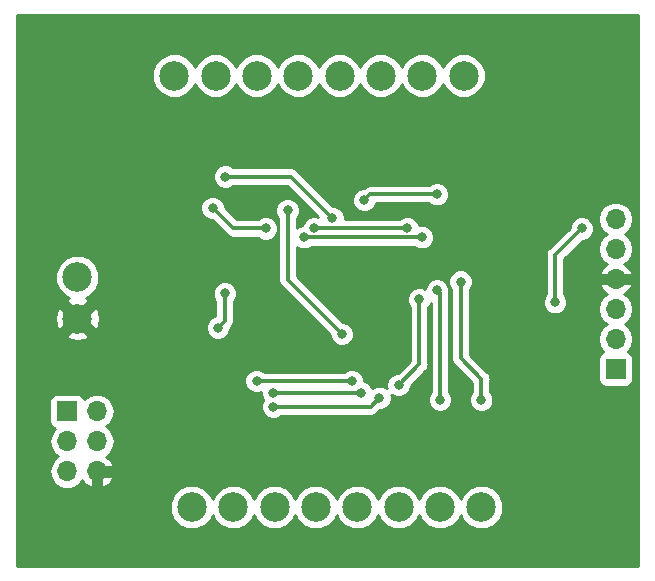
<source format=gbl>
G04 #@! TF.GenerationSoftware,KiCad,Pcbnew,(5.0.1)-3*
G04 #@! TF.CreationDate,2018-10-30T14:33:32-04:00*
G04 #@! TF.ProjectId,GCEW Motor Controller MCU,47434557204D6F746F7220436F6E7472,rev?*
G04 #@! TF.SameCoordinates,Original*
G04 #@! TF.FileFunction,Copper,L2,Bot,Signal*
G04 #@! TF.FilePolarity,Positive*
%FSLAX46Y46*%
G04 Gerber Fmt 4.6, Leading zero omitted, Abs format (unit mm)*
G04 Created by KiCad (PCBNEW (5.0.1)-3) date 10/30/2018 2:33:32 PM*
%MOMM*%
%LPD*%
G01*
G04 APERTURE LIST*
G04 #@! TA.AperFunction,ComponentPad*
%ADD10O,1.700000X1.700000*%
G04 #@! TD*
G04 #@! TA.AperFunction,ComponentPad*
%ADD11R,1.700000X1.700000*%
G04 #@! TD*
G04 #@! TA.AperFunction,ComponentPad*
%ADD12C,2.500000*%
G04 #@! TD*
G04 #@! TA.AperFunction,ViaPad*
%ADD13C,0.800000*%
G04 #@! TD*
G04 #@! TA.AperFunction,Conductor*
%ADD14C,0.300000*%
G04 #@! TD*
G04 #@! TA.AperFunction,Conductor*
%ADD15C,0.254000*%
G04 #@! TD*
G04 APERTURE END LIST*
D10*
G04 #@! TO.P,J4,6*
G04 #@! TO.N,GND*
X145965000Y-106315000D03*
G04 #@! TO.P,J4,5*
G04 #@! TO.N,+5V*
X143425000Y-106315000D03*
G04 #@! TO.P,J4,4*
G04 #@! TO.N,MISO*
X145965000Y-103775000D03*
G04 #@! TO.P,J4,3*
G04 #@! TO.N,SCK*
X143425000Y-103775000D03*
G04 #@! TO.P,J4,2*
G04 #@! TO.N,MOSI*
X145965000Y-101235000D03*
D11*
G04 #@! TO.P,J4,1*
G04 #@! TO.N,~RESET*
X143425000Y-101235000D03*
G04 #@! TD*
G04 #@! TO.P,U2,1*
G04 #@! TO.N,Net-(U2-Pad1)*
X189875000Y-97650000D03*
D10*
G04 #@! TO.P,U2,2*
G04 #@! TO.N,HC-05_RX*
X189875000Y-95110000D03*
G04 #@! TO.P,U2,3*
G04 #@! TO.N,HC-05_TX*
X189875000Y-92570000D03*
G04 #@! TO.P,U2,4*
G04 #@! TO.N,GND*
X189875000Y-90030000D03*
G04 #@! TO.P,U2,5*
G04 #@! TO.N,+5V*
X189875000Y-87490000D03*
G04 #@! TO.P,U2,6*
G04 #@! TO.N,PC5*
X189875000Y-84950000D03*
G04 #@! TD*
D12*
G04 #@! TO.P,J1,2*
G04 #@! TO.N,GND*
X144300000Y-93375000D03*
G04 #@! TO.P,J1,1*
G04 #@! TO.N,+5V*
X144300000Y-89875000D03*
G04 #@! TD*
G04 #@! TO.P,J3,1*
G04 #@! TO.N,SOC2*
X177000000Y-72800000D03*
G04 #@! TO.P,J3,2*
G04 #@! TO.N,SOB2*
X173500000Y-72800000D03*
G04 #@! TO.P,J3,3*
G04 #@! TO.N,SOA2*
X170000000Y-72800000D03*
G04 #@! TO.P,J3,4*
G04 #@! TO.N,ENABLE2*
X166500000Y-72800000D03*
G04 #@! TO.P,J3,5*
G04 #@! TO.N,CAL2*
X163000000Y-72800000D03*
G04 #@! TO.P,J3,6*
G04 #@! TO.N,INLC2*
X159500000Y-72800000D03*
G04 #@! TO.P,J3,7*
G04 #@! TO.N,INHC2*
X156000000Y-72800000D03*
G04 #@! TO.P,J3,8*
G04 #@! TO.N,INHA2*
X152500000Y-72800000D03*
G04 #@! TD*
G04 #@! TO.P,J2,8*
G04 #@! TO.N,SOA1*
X178500000Y-109350000D03*
G04 #@! TO.P,J2,7*
G04 #@! TO.N,SOB1*
X175000000Y-109350000D03*
G04 #@! TO.P,J2,6*
G04 #@! TO.N,SOC1*
X171500000Y-109350000D03*
G04 #@! TO.P,J2,5*
G04 #@! TO.N,INHA1*
X168000000Y-109350000D03*
G04 #@! TO.P,J2,4*
G04 #@! TO.N,CAL1*
X164500000Y-109350000D03*
G04 #@! TO.P,J2,3*
G04 #@! TO.N,ENABLE1*
X161000000Y-109350000D03*
G04 #@! TO.P,J2,2*
G04 #@! TO.N,INLC1*
X157500000Y-109350000D03*
G04 #@! TO.P,J2,1*
G04 #@! TO.N,INHC1*
X154000000Y-109350000D03*
G04 #@! TD*
D13*
G04 #@! TO.N,SOC1*
X171500000Y-99000000D03*
X173250000Y-91750000D03*
G04 #@! TO.N,SOB1*
X175000000Y-100250000D03*
X174750000Y-91000000D03*
G04 #@! TO.N,SOA1*
X178500000Y-100250000D03*
X176750000Y-90250000D03*
G04 #@! TO.N,ENABLE2*
X166700000Y-94700000D03*
X162100000Y-84200000D03*
G04 #@! TO.N,INHA2*
X160250000Y-85750000D03*
X155750000Y-84000000D03*
G04 #@! TO.N,GND*
X179250000Y-95500000D03*
X183725000Y-85650000D03*
X172000000Y-92500000D03*
X158500000Y-93400000D03*
X187275000Y-90050000D03*
X179250000Y-93000000D03*
G04 #@! TO.N,+5V*
X184750000Y-92000000D03*
X187000000Y-85750000D03*
G04 #@! TO.N,~RESET*
X156200000Y-94150000D03*
X165900000Y-84875000D03*
X156825000Y-81350000D03*
X156775000Y-91250000D03*
G04 #@! TO.N,SCK*
X160875000Y-100825000D03*
X169875000Y-100075000D03*
G04 #@! TO.N,MISO*
X168325000Y-99650000D03*
X160875000Y-99650000D03*
G04 #@! TO.N,MOSI*
X167525000Y-98650000D03*
X159475000Y-98650000D03*
G04 #@! TO.N,HC-05_RX*
X173500000Y-86500000D03*
X163500000Y-86500000D03*
G04 #@! TO.N,HC-05_TX*
X172250000Y-85750000D03*
X164350000Y-85750000D03*
G04 #@! TO.N,PC5*
X174750000Y-82850000D03*
X168600000Y-83350000D03*
G04 #@! TD*
D14*
G04 #@! TO.N,SOC1*
X171500000Y-99000000D02*
X173250000Y-97250000D01*
X173250000Y-97250000D02*
X173250000Y-91750000D01*
G04 #@! TO.N,SOB1*
X175000000Y-100250000D02*
X175000000Y-91250000D01*
X175000000Y-91250000D02*
X174750000Y-91000000D01*
G04 #@! TO.N,SOA1*
X178500000Y-100250000D02*
X178500000Y-98500000D01*
X178500000Y-98500000D02*
X176750000Y-96750000D01*
X176750000Y-96750000D02*
X176750000Y-90250000D01*
G04 #@! TO.N,ENABLE2*
X166700000Y-94700000D02*
X162100000Y-90100000D01*
X162100000Y-90100000D02*
X162100000Y-84200000D01*
G04 #@! TO.N,INHA2*
X160250000Y-85750000D02*
X157500000Y-85750000D01*
X157500000Y-85750000D02*
X155750000Y-84000000D01*
G04 #@! TO.N,+5V*
X184750000Y-92000000D02*
X184750000Y-88250000D01*
X184750000Y-88250000D02*
X184750000Y-88000000D01*
X184750000Y-88000000D02*
X187000000Y-85750000D01*
G04 #@! TO.N,~RESET*
X165900000Y-84875000D02*
X162375000Y-81350000D01*
X162375000Y-81350000D02*
X156825000Y-81350000D01*
X156775000Y-93575000D02*
X156200000Y-94150000D01*
X156775000Y-91250000D02*
X156775000Y-93575000D01*
G04 #@! TO.N,SCK*
X160875000Y-100825000D02*
X169125000Y-100825000D01*
X169125000Y-100825000D02*
X169875000Y-100075000D01*
G04 #@! TO.N,MISO*
X168325000Y-99650000D02*
X160875000Y-99650000D01*
G04 #@! TO.N,MOSI*
X167525000Y-98650000D02*
X159475000Y-98650000D01*
G04 #@! TO.N,HC-05_RX*
X173500000Y-86500000D02*
X163500000Y-86500000D01*
G04 #@! TO.N,HC-05_TX*
X172250000Y-85750000D02*
X164350000Y-85750000D01*
G04 #@! TO.N,PC5*
X174750000Y-82850000D02*
X169100000Y-82850000D01*
X169100000Y-82850000D02*
X168600000Y-83350000D01*
G04 #@! TD*
D15*
G04 #@! TO.N,GND*
G36*
X191798000Y-99569135D02*
X191798001Y-99569140D01*
X191798000Y-114298000D01*
X139202000Y-114298000D01*
X139202000Y-108976641D01*
X152123000Y-108976641D01*
X152123000Y-109723359D01*
X152408756Y-110413235D01*
X152936765Y-110941244D01*
X153626641Y-111227000D01*
X154373359Y-111227000D01*
X155063235Y-110941244D01*
X155591244Y-110413235D01*
X155750000Y-110029964D01*
X155908756Y-110413235D01*
X156436765Y-110941244D01*
X157126641Y-111227000D01*
X157873359Y-111227000D01*
X158563235Y-110941244D01*
X159091244Y-110413235D01*
X159250000Y-110029964D01*
X159408756Y-110413235D01*
X159936765Y-110941244D01*
X160626641Y-111227000D01*
X161373359Y-111227000D01*
X162063235Y-110941244D01*
X162591244Y-110413235D01*
X162750000Y-110029964D01*
X162908756Y-110413235D01*
X163436765Y-110941244D01*
X164126641Y-111227000D01*
X164873359Y-111227000D01*
X165563235Y-110941244D01*
X166091244Y-110413235D01*
X166250000Y-110029964D01*
X166408756Y-110413235D01*
X166936765Y-110941244D01*
X167626641Y-111227000D01*
X168373359Y-111227000D01*
X169063235Y-110941244D01*
X169591244Y-110413235D01*
X169750000Y-110029964D01*
X169908756Y-110413235D01*
X170436765Y-110941244D01*
X171126641Y-111227000D01*
X171873359Y-111227000D01*
X172563235Y-110941244D01*
X173091244Y-110413235D01*
X173250000Y-110029964D01*
X173408756Y-110413235D01*
X173936765Y-110941244D01*
X174626641Y-111227000D01*
X175373359Y-111227000D01*
X176063235Y-110941244D01*
X176591244Y-110413235D01*
X176750000Y-110029964D01*
X176908756Y-110413235D01*
X177436765Y-110941244D01*
X178126641Y-111227000D01*
X178873359Y-111227000D01*
X179563235Y-110941244D01*
X180091244Y-110413235D01*
X180377000Y-109723359D01*
X180377000Y-108976641D01*
X180091244Y-108286765D01*
X179563235Y-107758756D01*
X178873359Y-107473000D01*
X178126641Y-107473000D01*
X177436765Y-107758756D01*
X176908756Y-108286765D01*
X176750000Y-108670036D01*
X176591244Y-108286765D01*
X176063235Y-107758756D01*
X175373359Y-107473000D01*
X174626641Y-107473000D01*
X173936765Y-107758756D01*
X173408756Y-108286765D01*
X173250000Y-108670036D01*
X173091244Y-108286765D01*
X172563235Y-107758756D01*
X171873359Y-107473000D01*
X171126641Y-107473000D01*
X170436765Y-107758756D01*
X169908756Y-108286765D01*
X169750000Y-108670036D01*
X169591244Y-108286765D01*
X169063235Y-107758756D01*
X168373359Y-107473000D01*
X167626641Y-107473000D01*
X166936765Y-107758756D01*
X166408756Y-108286765D01*
X166250000Y-108670036D01*
X166091244Y-108286765D01*
X165563235Y-107758756D01*
X164873359Y-107473000D01*
X164126641Y-107473000D01*
X163436765Y-107758756D01*
X162908756Y-108286765D01*
X162750000Y-108670036D01*
X162591244Y-108286765D01*
X162063235Y-107758756D01*
X161373359Y-107473000D01*
X160626641Y-107473000D01*
X159936765Y-107758756D01*
X159408756Y-108286765D01*
X159250000Y-108670036D01*
X159091244Y-108286765D01*
X158563235Y-107758756D01*
X157873359Y-107473000D01*
X157126641Y-107473000D01*
X156436765Y-107758756D01*
X155908756Y-108286765D01*
X155750000Y-108670036D01*
X155591244Y-108286765D01*
X155063235Y-107758756D01*
X154373359Y-107473000D01*
X153626641Y-107473000D01*
X152936765Y-107758756D01*
X152408756Y-108286765D01*
X152123000Y-108976641D01*
X139202000Y-108976641D01*
X139202000Y-103775000D01*
X141919064Y-103775000D01*
X142033697Y-104351297D01*
X142360142Y-104839858D01*
X142667160Y-105045000D01*
X142360142Y-105250142D01*
X142033697Y-105738703D01*
X141919064Y-106315000D01*
X142033697Y-106891297D01*
X142360142Y-107379858D01*
X142848703Y-107706303D01*
X143279529Y-107792000D01*
X143570471Y-107792000D01*
X144001297Y-107706303D01*
X144489858Y-107379858D01*
X144704305Y-107058915D01*
X144895915Y-107345711D01*
X145371730Y-107676374D01*
X145592000Y-107593671D01*
X145592000Y-106688000D01*
X146338000Y-106688000D01*
X146338000Y-107593671D01*
X146558270Y-107676374D01*
X147034085Y-107345711D01*
X147326345Y-106908265D01*
X147237718Y-106688000D01*
X146338000Y-106688000D01*
X145592000Y-106688000D01*
X145572000Y-106688000D01*
X145572000Y-105942000D01*
X145592000Y-105942000D01*
X145592000Y-105922000D01*
X146338000Y-105922000D01*
X146338000Y-105942000D01*
X147237718Y-105942000D01*
X147326345Y-105721735D01*
X147034085Y-105284289D01*
X146705973Y-105056271D01*
X147029858Y-104839858D01*
X147356303Y-104351297D01*
X147470936Y-103775000D01*
X147356303Y-103198703D01*
X147029858Y-102710142D01*
X146722840Y-102505000D01*
X147029858Y-102299858D01*
X147356303Y-101811297D01*
X147470936Y-101235000D01*
X147356303Y-100658703D01*
X147029858Y-100170142D01*
X146541297Y-99843697D01*
X146110471Y-99758000D01*
X145819529Y-99758000D01*
X145388703Y-99843697D01*
X144900142Y-100170142D01*
X144878105Y-100203123D01*
X144865620Y-100140357D01*
X144727041Y-99932959D01*
X144519643Y-99794380D01*
X144275000Y-99745717D01*
X142575000Y-99745717D01*
X142330357Y-99794380D01*
X142122959Y-99932959D01*
X141984380Y-100140357D01*
X141935717Y-100385000D01*
X141935717Y-102085000D01*
X141984380Y-102329643D01*
X142122959Y-102537041D01*
X142330357Y-102675620D01*
X142393123Y-102688105D01*
X142360142Y-102710142D01*
X142033697Y-103198703D01*
X141919064Y-103775000D01*
X139202000Y-103775000D01*
X139202000Y-98445717D01*
X158448000Y-98445717D01*
X158448000Y-98854283D01*
X158604352Y-99231749D01*
X158893251Y-99520648D01*
X159270717Y-99677000D01*
X159679283Y-99677000D01*
X159848000Y-99607115D01*
X159848000Y-99854283D01*
X160004352Y-100231749D01*
X160010103Y-100237500D01*
X160004352Y-100243251D01*
X159848000Y-100620717D01*
X159848000Y-101029283D01*
X160004352Y-101406749D01*
X160293251Y-101695648D01*
X160670717Y-101852000D01*
X161079283Y-101852000D01*
X161456749Y-101695648D01*
X161550397Y-101602000D01*
X169048475Y-101602000D01*
X169125000Y-101617222D01*
X169201525Y-101602000D01*
X169201526Y-101602000D01*
X169428170Y-101556918D01*
X169685186Y-101385186D01*
X169728538Y-101320306D01*
X169946843Y-101102000D01*
X170079283Y-101102000D01*
X170456749Y-100945648D01*
X170745648Y-100656749D01*
X170902000Y-100279283D01*
X170902000Y-99870717D01*
X170890460Y-99842857D01*
X170918251Y-99870648D01*
X171295717Y-100027000D01*
X171704283Y-100027000D01*
X172081749Y-99870648D01*
X172370648Y-99581749D01*
X172527000Y-99204283D01*
X172527000Y-99071843D01*
X173745309Y-97853535D01*
X173810186Y-97810186D01*
X173981918Y-97553170D01*
X174027000Y-97326526D01*
X174027000Y-97326525D01*
X174042222Y-97250000D01*
X174027000Y-97173475D01*
X174027000Y-92425397D01*
X174120648Y-92331749D01*
X174223001Y-92084648D01*
X174223000Y-99574603D01*
X174129352Y-99668251D01*
X173973000Y-100045717D01*
X173973000Y-100454283D01*
X174129352Y-100831749D01*
X174418251Y-101120648D01*
X174795717Y-101277000D01*
X175204283Y-101277000D01*
X175581749Y-101120648D01*
X175870648Y-100831749D01*
X176027000Y-100454283D01*
X176027000Y-100045717D01*
X175870648Y-99668251D01*
X175777000Y-99574603D01*
X175777000Y-91326524D01*
X175792222Y-91249999D01*
X175777000Y-91173474D01*
X175777000Y-90795717D01*
X175620648Y-90418251D01*
X175331749Y-90129352D01*
X175129837Y-90045717D01*
X175723000Y-90045717D01*
X175723000Y-90454283D01*
X175879352Y-90831749D01*
X175973001Y-90925398D01*
X175973000Y-96673475D01*
X175957778Y-96750000D01*
X175973000Y-96826525D01*
X176018082Y-97053169D01*
X176189814Y-97310186D01*
X176254695Y-97353538D01*
X177723001Y-98821845D01*
X177723000Y-99574603D01*
X177629352Y-99668251D01*
X177473000Y-100045717D01*
X177473000Y-100454283D01*
X177629352Y-100831749D01*
X177918251Y-101120648D01*
X178295717Y-101277000D01*
X178704283Y-101277000D01*
X179081749Y-101120648D01*
X179370648Y-100831749D01*
X179527000Y-100454283D01*
X179527000Y-100045717D01*
X179370648Y-99668251D01*
X179277000Y-99574603D01*
X179277000Y-98576525D01*
X179292222Y-98500000D01*
X179275961Y-98418251D01*
X179231918Y-98196830D01*
X179060186Y-97939814D01*
X178995308Y-97896464D01*
X177527000Y-96428157D01*
X177527000Y-91795717D01*
X183723000Y-91795717D01*
X183723000Y-92204283D01*
X183879352Y-92581749D01*
X184168251Y-92870648D01*
X184545717Y-93027000D01*
X184954283Y-93027000D01*
X185331749Y-92870648D01*
X185620648Y-92581749D01*
X185625514Y-92570000D01*
X188369064Y-92570000D01*
X188483697Y-93146297D01*
X188810142Y-93634858D01*
X189117160Y-93840000D01*
X188810142Y-94045142D01*
X188483697Y-94533703D01*
X188369064Y-95110000D01*
X188483697Y-95686297D01*
X188810142Y-96174858D01*
X188843123Y-96196895D01*
X188780357Y-96209380D01*
X188572959Y-96347959D01*
X188434380Y-96555357D01*
X188385717Y-96800000D01*
X188385717Y-98500000D01*
X188434380Y-98744643D01*
X188572959Y-98952041D01*
X188780357Y-99090620D01*
X189025000Y-99139283D01*
X190725000Y-99139283D01*
X190969643Y-99090620D01*
X191177041Y-98952041D01*
X191315620Y-98744643D01*
X191364283Y-98500000D01*
X191364283Y-96800000D01*
X191315620Y-96555357D01*
X191177041Y-96347959D01*
X190969643Y-96209380D01*
X190906877Y-96196895D01*
X190939858Y-96174858D01*
X191266303Y-95686297D01*
X191380936Y-95110000D01*
X191266303Y-94533703D01*
X190939858Y-94045142D01*
X190632840Y-93840000D01*
X190939858Y-93634858D01*
X191266303Y-93146297D01*
X191380936Y-92570000D01*
X191266303Y-91993703D01*
X190939858Y-91505142D01*
X190615973Y-91288729D01*
X190944085Y-91060711D01*
X191236345Y-90623265D01*
X191147718Y-90403000D01*
X190248000Y-90403000D01*
X190248000Y-90423000D01*
X189502000Y-90423000D01*
X189502000Y-90403000D01*
X188602282Y-90403000D01*
X188513655Y-90623265D01*
X188805915Y-91060711D01*
X189134027Y-91288729D01*
X188810142Y-91505142D01*
X188483697Y-91993703D01*
X188369064Y-92570000D01*
X185625514Y-92570000D01*
X185777000Y-92204283D01*
X185777000Y-91795717D01*
X185620648Y-91418251D01*
X185527000Y-91324603D01*
X185527000Y-88321843D01*
X187071844Y-86777000D01*
X187204283Y-86777000D01*
X187581749Y-86620648D01*
X187870648Y-86331749D01*
X188027000Y-85954283D01*
X188027000Y-85545717D01*
X187870648Y-85168251D01*
X187652397Y-84950000D01*
X188369064Y-84950000D01*
X188483697Y-85526297D01*
X188810142Y-86014858D01*
X189117160Y-86220000D01*
X188810142Y-86425142D01*
X188483697Y-86913703D01*
X188369064Y-87490000D01*
X188483697Y-88066297D01*
X188810142Y-88554858D01*
X189134027Y-88771271D01*
X188805915Y-88999289D01*
X188513655Y-89436735D01*
X188602282Y-89657000D01*
X189502000Y-89657000D01*
X189502000Y-89637000D01*
X190248000Y-89637000D01*
X190248000Y-89657000D01*
X191147718Y-89657000D01*
X191236345Y-89436735D01*
X190944085Y-88999289D01*
X190615973Y-88771271D01*
X190939858Y-88554858D01*
X191266303Y-88066297D01*
X191380936Y-87490000D01*
X191266303Y-86913703D01*
X190939858Y-86425142D01*
X190632840Y-86220000D01*
X190939858Y-86014858D01*
X191266303Y-85526297D01*
X191380936Y-84950000D01*
X191266303Y-84373703D01*
X190939858Y-83885142D01*
X190451297Y-83558697D01*
X190020471Y-83473000D01*
X189729529Y-83473000D01*
X189298703Y-83558697D01*
X188810142Y-83885142D01*
X188483697Y-84373703D01*
X188369064Y-84950000D01*
X187652397Y-84950000D01*
X187581749Y-84879352D01*
X187204283Y-84723000D01*
X186795717Y-84723000D01*
X186418251Y-84879352D01*
X186129352Y-85168251D01*
X185973000Y-85545717D01*
X185973000Y-85678156D01*
X184254694Y-87396463D01*
X184189814Y-87439814D01*
X184018082Y-87696830D01*
X183973000Y-87923474D01*
X183957778Y-88000000D01*
X183973000Y-88076525D01*
X183973000Y-88326525D01*
X183973001Y-88326530D01*
X183973000Y-91324603D01*
X183879352Y-91418251D01*
X183723000Y-91795717D01*
X177527000Y-91795717D01*
X177527000Y-90925397D01*
X177620648Y-90831749D01*
X177777000Y-90454283D01*
X177777000Y-90045717D01*
X177620648Y-89668251D01*
X177331749Y-89379352D01*
X176954283Y-89223000D01*
X176545717Y-89223000D01*
X176168251Y-89379352D01*
X175879352Y-89668251D01*
X175723000Y-90045717D01*
X175129837Y-90045717D01*
X174954283Y-89973000D01*
X174545717Y-89973000D01*
X174168251Y-90129352D01*
X173879352Y-90418251D01*
X173723000Y-90795717D01*
X173723000Y-90834307D01*
X173454283Y-90723000D01*
X173045717Y-90723000D01*
X172668251Y-90879352D01*
X172379352Y-91168251D01*
X172223000Y-91545717D01*
X172223000Y-91954283D01*
X172379352Y-92331749D01*
X172473001Y-92425398D01*
X172473000Y-96928156D01*
X171428157Y-97973000D01*
X171295717Y-97973000D01*
X170918251Y-98129352D01*
X170629352Y-98418251D01*
X170473000Y-98795717D01*
X170473000Y-99204283D01*
X170484540Y-99232143D01*
X170456749Y-99204352D01*
X170079283Y-99048000D01*
X169670717Y-99048000D01*
X169293251Y-99204352D01*
X169264098Y-99233505D01*
X169195648Y-99068251D01*
X168906749Y-98779352D01*
X168552000Y-98632410D01*
X168552000Y-98445717D01*
X168395648Y-98068251D01*
X168106749Y-97779352D01*
X167729283Y-97623000D01*
X167320717Y-97623000D01*
X166943251Y-97779352D01*
X166849603Y-97873000D01*
X160150397Y-97873000D01*
X160056749Y-97779352D01*
X159679283Y-97623000D01*
X159270717Y-97623000D01*
X158893251Y-97779352D01*
X158604352Y-98068251D01*
X158448000Y-98445717D01*
X139202000Y-98445717D01*
X139202000Y-94857289D01*
X143345213Y-94857289D01*
X143493561Y-95119553D01*
X144222559Y-95295368D01*
X144963347Y-95178824D01*
X145106439Y-95119553D01*
X145254787Y-94857289D01*
X144300000Y-93902502D01*
X143345213Y-94857289D01*
X139202000Y-94857289D01*
X139202000Y-93297559D01*
X142379632Y-93297559D01*
X142496176Y-94038347D01*
X142555447Y-94181439D01*
X142817711Y-94329787D01*
X143772498Y-93375000D01*
X144827502Y-93375000D01*
X145782289Y-94329787D01*
X146044553Y-94181439D01*
X146101402Y-93945717D01*
X155173000Y-93945717D01*
X155173000Y-94354283D01*
X155329352Y-94731749D01*
X155618251Y-95020648D01*
X155995717Y-95177000D01*
X156404283Y-95177000D01*
X156781749Y-95020648D01*
X157070648Y-94731749D01*
X157227000Y-94354283D01*
X157227000Y-94221844D01*
X157270308Y-94178536D01*
X157335186Y-94135186D01*
X157506918Y-93878170D01*
X157552000Y-93651526D01*
X157552000Y-93651525D01*
X157567222Y-93575000D01*
X157552000Y-93498475D01*
X157552000Y-91925397D01*
X157645648Y-91831749D01*
X157802000Y-91454283D01*
X157802000Y-91045717D01*
X157645648Y-90668251D01*
X157356749Y-90379352D01*
X156979283Y-90223000D01*
X156570717Y-90223000D01*
X156193251Y-90379352D01*
X155904352Y-90668251D01*
X155748000Y-91045717D01*
X155748000Y-91454283D01*
X155904352Y-91831749D01*
X155998000Y-91925397D01*
X155998001Y-93123000D01*
X155995717Y-93123000D01*
X155618251Y-93279352D01*
X155329352Y-93568251D01*
X155173000Y-93945717D01*
X146101402Y-93945717D01*
X146220368Y-93452441D01*
X146103824Y-92711653D01*
X146044553Y-92568561D01*
X145782289Y-92420213D01*
X144827502Y-93375000D01*
X143772498Y-93375000D01*
X142817711Y-92420213D01*
X142555447Y-92568561D01*
X142379632Y-93297559D01*
X139202000Y-93297559D01*
X139202000Y-89501641D01*
X142423000Y-89501641D01*
X142423000Y-90248359D01*
X142708756Y-90938235D01*
X143236765Y-91466244D01*
X143563373Y-91601530D01*
X143493561Y-91630447D01*
X143345213Y-91892711D01*
X144300000Y-92847498D01*
X145254787Y-91892711D01*
X145106439Y-91630447D01*
X145018194Y-91609165D01*
X145363235Y-91466244D01*
X145891244Y-90938235D01*
X146177000Y-90248359D01*
X146177000Y-89501641D01*
X145891244Y-88811765D01*
X145363235Y-88283756D01*
X144673359Y-87998000D01*
X143926641Y-87998000D01*
X143236765Y-88283756D01*
X142708756Y-88811765D01*
X142423000Y-89501641D01*
X139202000Y-89501641D01*
X139202000Y-83795717D01*
X154723000Y-83795717D01*
X154723000Y-84204283D01*
X154879352Y-84581749D01*
X155168251Y-84870648D01*
X155545717Y-85027000D01*
X155678157Y-85027000D01*
X156896464Y-86245308D01*
X156939814Y-86310186D01*
X157196830Y-86481918D01*
X157423474Y-86527000D01*
X157423475Y-86527000D01*
X157500000Y-86542222D01*
X157576525Y-86527000D01*
X159574603Y-86527000D01*
X159668251Y-86620648D01*
X160045717Y-86777000D01*
X160454283Y-86777000D01*
X160831749Y-86620648D01*
X161120648Y-86331749D01*
X161277000Y-85954283D01*
X161277000Y-85545717D01*
X161120648Y-85168251D01*
X160831749Y-84879352D01*
X160454283Y-84723000D01*
X160045717Y-84723000D01*
X159668251Y-84879352D01*
X159574603Y-84973000D01*
X157821844Y-84973000D01*
X156777000Y-83928157D01*
X156777000Y-83795717D01*
X156620648Y-83418251D01*
X156331749Y-83129352D01*
X155954283Y-82973000D01*
X155545717Y-82973000D01*
X155168251Y-83129352D01*
X154879352Y-83418251D01*
X154723000Y-83795717D01*
X139202000Y-83795717D01*
X139202000Y-81145717D01*
X155798000Y-81145717D01*
X155798000Y-81554283D01*
X155954352Y-81931749D01*
X156243251Y-82220648D01*
X156620717Y-82377000D01*
X157029283Y-82377000D01*
X157406749Y-82220648D01*
X157500397Y-82127000D01*
X162053157Y-82127000D01*
X164716242Y-84790086D01*
X164554283Y-84723000D01*
X164145717Y-84723000D01*
X163768251Y-84879352D01*
X163479352Y-85168251D01*
X163353120Y-85473000D01*
X163295717Y-85473000D01*
X162918251Y-85629352D01*
X162877000Y-85670603D01*
X162877000Y-84875397D01*
X162970648Y-84781749D01*
X163127000Y-84404283D01*
X163127000Y-83995717D01*
X162970648Y-83618251D01*
X162681749Y-83329352D01*
X162304283Y-83173000D01*
X161895717Y-83173000D01*
X161518251Y-83329352D01*
X161229352Y-83618251D01*
X161073000Y-83995717D01*
X161073000Y-84404283D01*
X161229352Y-84781749D01*
X161323001Y-84875398D01*
X161323000Y-90023475D01*
X161307778Y-90100000D01*
X161323000Y-90176525D01*
X161368082Y-90403169D01*
X161539814Y-90660186D01*
X161604695Y-90703538D01*
X165673000Y-94771844D01*
X165673000Y-94904283D01*
X165829352Y-95281749D01*
X166118251Y-95570648D01*
X166495717Y-95727000D01*
X166904283Y-95727000D01*
X167281749Y-95570648D01*
X167570648Y-95281749D01*
X167727000Y-94904283D01*
X167727000Y-94495717D01*
X167570648Y-94118251D01*
X167281749Y-93829352D01*
X166904283Y-93673000D01*
X166771844Y-93673000D01*
X162877000Y-89778157D01*
X162877000Y-87329397D01*
X162918251Y-87370648D01*
X163295717Y-87527000D01*
X163704283Y-87527000D01*
X164081749Y-87370648D01*
X164175397Y-87277000D01*
X172824603Y-87277000D01*
X172918251Y-87370648D01*
X173295717Y-87527000D01*
X173704283Y-87527000D01*
X174081749Y-87370648D01*
X174370648Y-87081749D01*
X174527000Y-86704283D01*
X174527000Y-86295717D01*
X174370648Y-85918251D01*
X174081749Y-85629352D01*
X173704283Y-85473000D01*
X173295717Y-85473000D01*
X173254032Y-85490267D01*
X173120648Y-85168251D01*
X172831749Y-84879352D01*
X172454283Y-84723000D01*
X172045717Y-84723000D01*
X171668251Y-84879352D01*
X171574603Y-84973000D01*
X166927000Y-84973000D01*
X166927000Y-84670717D01*
X166770648Y-84293251D01*
X166481749Y-84004352D01*
X166104283Y-83848000D01*
X165971844Y-83848000D01*
X165269561Y-83145717D01*
X167573000Y-83145717D01*
X167573000Y-83554283D01*
X167729352Y-83931749D01*
X168018251Y-84220648D01*
X168395717Y-84377000D01*
X168804283Y-84377000D01*
X169181749Y-84220648D01*
X169470648Y-83931749D01*
X169596880Y-83627000D01*
X174074603Y-83627000D01*
X174168251Y-83720648D01*
X174545717Y-83877000D01*
X174954283Y-83877000D01*
X175331749Y-83720648D01*
X175620648Y-83431749D01*
X175777000Y-83054283D01*
X175777000Y-82645717D01*
X175620648Y-82268251D01*
X175331749Y-81979352D01*
X174954283Y-81823000D01*
X174545717Y-81823000D01*
X174168251Y-81979352D01*
X174074603Y-82073000D01*
X169176525Y-82073000D01*
X169100000Y-82057778D01*
X169023475Y-82073000D01*
X169023474Y-82073000D01*
X168796830Y-82118082D01*
X168539814Y-82289814D01*
X168517640Y-82323000D01*
X168395717Y-82323000D01*
X168018251Y-82479352D01*
X167729352Y-82768251D01*
X167573000Y-83145717D01*
X165269561Y-83145717D01*
X162978538Y-80854695D01*
X162935186Y-80789814D01*
X162678170Y-80618082D01*
X162451526Y-80573000D01*
X162451525Y-80573000D01*
X162375000Y-80557778D01*
X162298475Y-80573000D01*
X157500397Y-80573000D01*
X157406749Y-80479352D01*
X157029283Y-80323000D01*
X156620717Y-80323000D01*
X156243251Y-80479352D01*
X155954352Y-80768251D01*
X155798000Y-81145717D01*
X139202000Y-81145717D01*
X139202000Y-72426641D01*
X150623000Y-72426641D01*
X150623000Y-73173359D01*
X150908756Y-73863235D01*
X151436765Y-74391244D01*
X152126641Y-74677000D01*
X152873359Y-74677000D01*
X153563235Y-74391244D01*
X154091244Y-73863235D01*
X154250000Y-73479964D01*
X154408756Y-73863235D01*
X154936765Y-74391244D01*
X155626641Y-74677000D01*
X156373359Y-74677000D01*
X157063235Y-74391244D01*
X157591244Y-73863235D01*
X157750000Y-73479964D01*
X157908756Y-73863235D01*
X158436765Y-74391244D01*
X159126641Y-74677000D01*
X159873359Y-74677000D01*
X160563235Y-74391244D01*
X161091244Y-73863235D01*
X161250000Y-73479964D01*
X161408756Y-73863235D01*
X161936765Y-74391244D01*
X162626641Y-74677000D01*
X163373359Y-74677000D01*
X164063235Y-74391244D01*
X164591244Y-73863235D01*
X164750000Y-73479964D01*
X164908756Y-73863235D01*
X165436765Y-74391244D01*
X166126641Y-74677000D01*
X166873359Y-74677000D01*
X167563235Y-74391244D01*
X168091244Y-73863235D01*
X168250000Y-73479964D01*
X168408756Y-73863235D01*
X168936765Y-74391244D01*
X169626641Y-74677000D01*
X170373359Y-74677000D01*
X171063235Y-74391244D01*
X171591244Y-73863235D01*
X171750000Y-73479964D01*
X171908756Y-73863235D01*
X172436765Y-74391244D01*
X173126641Y-74677000D01*
X173873359Y-74677000D01*
X174563235Y-74391244D01*
X175091244Y-73863235D01*
X175250000Y-73479964D01*
X175408756Y-73863235D01*
X175936765Y-74391244D01*
X176626641Y-74677000D01*
X177373359Y-74677000D01*
X178063235Y-74391244D01*
X178591244Y-73863235D01*
X178877000Y-73173359D01*
X178877000Y-72426641D01*
X178591244Y-71736765D01*
X178063235Y-71208756D01*
X177373359Y-70923000D01*
X176626641Y-70923000D01*
X175936765Y-71208756D01*
X175408756Y-71736765D01*
X175250000Y-72120036D01*
X175091244Y-71736765D01*
X174563235Y-71208756D01*
X173873359Y-70923000D01*
X173126641Y-70923000D01*
X172436765Y-71208756D01*
X171908756Y-71736765D01*
X171750000Y-72120036D01*
X171591244Y-71736765D01*
X171063235Y-71208756D01*
X170373359Y-70923000D01*
X169626641Y-70923000D01*
X168936765Y-71208756D01*
X168408756Y-71736765D01*
X168250000Y-72120036D01*
X168091244Y-71736765D01*
X167563235Y-71208756D01*
X166873359Y-70923000D01*
X166126641Y-70923000D01*
X165436765Y-71208756D01*
X164908756Y-71736765D01*
X164750000Y-72120036D01*
X164591244Y-71736765D01*
X164063235Y-71208756D01*
X163373359Y-70923000D01*
X162626641Y-70923000D01*
X161936765Y-71208756D01*
X161408756Y-71736765D01*
X161250000Y-72120036D01*
X161091244Y-71736765D01*
X160563235Y-71208756D01*
X159873359Y-70923000D01*
X159126641Y-70923000D01*
X158436765Y-71208756D01*
X157908756Y-71736765D01*
X157750000Y-72120036D01*
X157591244Y-71736765D01*
X157063235Y-71208756D01*
X156373359Y-70923000D01*
X155626641Y-70923000D01*
X154936765Y-71208756D01*
X154408756Y-71736765D01*
X154250000Y-72120036D01*
X154091244Y-71736765D01*
X153563235Y-71208756D01*
X152873359Y-70923000D01*
X152126641Y-70923000D01*
X151436765Y-71208756D01*
X150908756Y-71736765D01*
X150623000Y-72426641D01*
X139202000Y-72426641D01*
X139202000Y-67702000D01*
X191798001Y-67702000D01*
X191798000Y-99569135D01*
X191798000Y-99569135D01*
G37*
X191798000Y-99569135D02*
X191798001Y-99569140D01*
X191798000Y-114298000D01*
X139202000Y-114298000D01*
X139202000Y-108976641D01*
X152123000Y-108976641D01*
X152123000Y-109723359D01*
X152408756Y-110413235D01*
X152936765Y-110941244D01*
X153626641Y-111227000D01*
X154373359Y-111227000D01*
X155063235Y-110941244D01*
X155591244Y-110413235D01*
X155750000Y-110029964D01*
X155908756Y-110413235D01*
X156436765Y-110941244D01*
X157126641Y-111227000D01*
X157873359Y-111227000D01*
X158563235Y-110941244D01*
X159091244Y-110413235D01*
X159250000Y-110029964D01*
X159408756Y-110413235D01*
X159936765Y-110941244D01*
X160626641Y-111227000D01*
X161373359Y-111227000D01*
X162063235Y-110941244D01*
X162591244Y-110413235D01*
X162750000Y-110029964D01*
X162908756Y-110413235D01*
X163436765Y-110941244D01*
X164126641Y-111227000D01*
X164873359Y-111227000D01*
X165563235Y-110941244D01*
X166091244Y-110413235D01*
X166250000Y-110029964D01*
X166408756Y-110413235D01*
X166936765Y-110941244D01*
X167626641Y-111227000D01*
X168373359Y-111227000D01*
X169063235Y-110941244D01*
X169591244Y-110413235D01*
X169750000Y-110029964D01*
X169908756Y-110413235D01*
X170436765Y-110941244D01*
X171126641Y-111227000D01*
X171873359Y-111227000D01*
X172563235Y-110941244D01*
X173091244Y-110413235D01*
X173250000Y-110029964D01*
X173408756Y-110413235D01*
X173936765Y-110941244D01*
X174626641Y-111227000D01*
X175373359Y-111227000D01*
X176063235Y-110941244D01*
X176591244Y-110413235D01*
X176750000Y-110029964D01*
X176908756Y-110413235D01*
X177436765Y-110941244D01*
X178126641Y-111227000D01*
X178873359Y-111227000D01*
X179563235Y-110941244D01*
X180091244Y-110413235D01*
X180377000Y-109723359D01*
X180377000Y-108976641D01*
X180091244Y-108286765D01*
X179563235Y-107758756D01*
X178873359Y-107473000D01*
X178126641Y-107473000D01*
X177436765Y-107758756D01*
X176908756Y-108286765D01*
X176750000Y-108670036D01*
X176591244Y-108286765D01*
X176063235Y-107758756D01*
X175373359Y-107473000D01*
X174626641Y-107473000D01*
X173936765Y-107758756D01*
X173408756Y-108286765D01*
X173250000Y-108670036D01*
X173091244Y-108286765D01*
X172563235Y-107758756D01*
X171873359Y-107473000D01*
X171126641Y-107473000D01*
X170436765Y-107758756D01*
X169908756Y-108286765D01*
X169750000Y-108670036D01*
X169591244Y-108286765D01*
X169063235Y-107758756D01*
X168373359Y-107473000D01*
X167626641Y-107473000D01*
X166936765Y-107758756D01*
X166408756Y-108286765D01*
X166250000Y-108670036D01*
X166091244Y-108286765D01*
X165563235Y-107758756D01*
X164873359Y-107473000D01*
X164126641Y-107473000D01*
X163436765Y-107758756D01*
X162908756Y-108286765D01*
X162750000Y-108670036D01*
X162591244Y-108286765D01*
X162063235Y-107758756D01*
X161373359Y-107473000D01*
X160626641Y-107473000D01*
X159936765Y-107758756D01*
X159408756Y-108286765D01*
X159250000Y-108670036D01*
X159091244Y-108286765D01*
X158563235Y-107758756D01*
X157873359Y-107473000D01*
X157126641Y-107473000D01*
X156436765Y-107758756D01*
X155908756Y-108286765D01*
X155750000Y-108670036D01*
X155591244Y-108286765D01*
X155063235Y-107758756D01*
X154373359Y-107473000D01*
X153626641Y-107473000D01*
X152936765Y-107758756D01*
X152408756Y-108286765D01*
X152123000Y-108976641D01*
X139202000Y-108976641D01*
X139202000Y-103775000D01*
X141919064Y-103775000D01*
X142033697Y-104351297D01*
X142360142Y-104839858D01*
X142667160Y-105045000D01*
X142360142Y-105250142D01*
X142033697Y-105738703D01*
X141919064Y-106315000D01*
X142033697Y-106891297D01*
X142360142Y-107379858D01*
X142848703Y-107706303D01*
X143279529Y-107792000D01*
X143570471Y-107792000D01*
X144001297Y-107706303D01*
X144489858Y-107379858D01*
X144704305Y-107058915D01*
X144895915Y-107345711D01*
X145371730Y-107676374D01*
X145592000Y-107593671D01*
X145592000Y-106688000D01*
X146338000Y-106688000D01*
X146338000Y-107593671D01*
X146558270Y-107676374D01*
X147034085Y-107345711D01*
X147326345Y-106908265D01*
X147237718Y-106688000D01*
X146338000Y-106688000D01*
X145592000Y-106688000D01*
X145572000Y-106688000D01*
X145572000Y-105942000D01*
X145592000Y-105942000D01*
X145592000Y-105922000D01*
X146338000Y-105922000D01*
X146338000Y-105942000D01*
X147237718Y-105942000D01*
X147326345Y-105721735D01*
X147034085Y-105284289D01*
X146705973Y-105056271D01*
X147029858Y-104839858D01*
X147356303Y-104351297D01*
X147470936Y-103775000D01*
X147356303Y-103198703D01*
X147029858Y-102710142D01*
X146722840Y-102505000D01*
X147029858Y-102299858D01*
X147356303Y-101811297D01*
X147470936Y-101235000D01*
X147356303Y-100658703D01*
X147029858Y-100170142D01*
X146541297Y-99843697D01*
X146110471Y-99758000D01*
X145819529Y-99758000D01*
X145388703Y-99843697D01*
X144900142Y-100170142D01*
X144878105Y-100203123D01*
X144865620Y-100140357D01*
X144727041Y-99932959D01*
X144519643Y-99794380D01*
X144275000Y-99745717D01*
X142575000Y-99745717D01*
X142330357Y-99794380D01*
X142122959Y-99932959D01*
X141984380Y-100140357D01*
X141935717Y-100385000D01*
X141935717Y-102085000D01*
X141984380Y-102329643D01*
X142122959Y-102537041D01*
X142330357Y-102675620D01*
X142393123Y-102688105D01*
X142360142Y-102710142D01*
X142033697Y-103198703D01*
X141919064Y-103775000D01*
X139202000Y-103775000D01*
X139202000Y-98445717D01*
X158448000Y-98445717D01*
X158448000Y-98854283D01*
X158604352Y-99231749D01*
X158893251Y-99520648D01*
X159270717Y-99677000D01*
X159679283Y-99677000D01*
X159848000Y-99607115D01*
X159848000Y-99854283D01*
X160004352Y-100231749D01*
X160010103Y-100237500D01*
X160004352Y-100243251D01*
X159848000Y-100620717D01*
X159848000Y-101029283D01*
X160004352Y-101406749D01*
X160293251Y-101695648D01*
X160670717Y-101852000D01*
X161079283Y-101852000D01*
X161456749Y-101695648D01*
X161550397Y-101602000D01*
X169048475Y-101602000D01*
X169125000Y-101617222D01*
X169201525Y-101602000D01*
X169201526Y-101602000D01*
X169428170Y-101556918D01*
X169685186Y-101385186D01*
X169728538Y-101320306D01*
X169946843Y-101102000D01*
X170079283Y-101102000D01*
X170456749Y-100945648D01*
X170745648Y-100656749D01*
X170902000Y-100279283D01*
X170902000Y-99870717D01*
X170890460Y-99842857D01*
X170918251Y-99870648D01*
X171295717Y-100027000D01*
X171704283Y-100027000D01*
X172081749Y-99870648D01*
X172370648Y-99581749D01*
X172527000Y-99204283D01*
X172527000Y-99071843D01*
X173745309Y-97853535D01*
X173810186Y-97810186D01*
X173981918Y-97553170D01*
X174027000Y-97326526D01*
X174027000Y-97326525D01*
X174042222Y-97250000D01*
X174027000Y-97173475D01*
X174027000Y-92425397D01*
X174120648Y-92331749D01*
X174223001Y-92084648D01*
X174223000Y-99574603D01*
X174129352Y-99668251D01*
X173973000Y-100045717D01*
X173973000Y-100454283D01*
X174129352Y-100831749D01*
X174418251Y-101120648D01*
X174795717Y-101277000D01*
X175204283Y-101277000D01*
X175581749Y-101120648D01*
X175870648Y-100831749D01*
X176027000Y-100454283D01*
X176027000Y-100045717D01*
X175870648Y-99668251D01*
X175777000Y-99574603D01*
X175777000Y-91326524D01*
X175792222Y-91249999D01*
X175777000Y-91173474D01*
X175777000Y-90795717D01*
X175620648Y-90418251D01*
X175331749Y-90129352D01*
X175129837Y-90045717D01*
X175723000Y-90045717D01*
X175723000Y-90454283D01*
X175879352Y-90831749D01*
X175973001Y-90925398D01*
X175973000Y-96673475D01*
X175957778Y-96750000D01*
X175973000Y-96826525D01*
X176018082Y-97053169D01*
X176189814Y-97310186D01*
X176254695Y-97353538D01*
X177723001Y-98821845D01*
X177723000Y-99574603D01*
X177629352Y-99668251D01*
X177473000Y-100045717D01*
X177473000Y-100454283D01*
X177629352Y-100831749D01*
X177918251Y-101120648D01*
X178295717Y-101277000D01*
X178704283Y-101277000D01*
X179081749Y-101120648D01*
X179370648Y-100831749D01*
X179527000Y-100454283D01*
X179527000Y-100045717D01*
X179370648Y-99668251D01*
X179277000Y-99574603D01*
X179277000Y-98576525D01*
X179292222Y-98500000D01*
X179275961Y-98418251D01*
X179231918Y-98196830D01*
X179060186Y-97939814D01*
X178995308Y-97896464D01*
X177527000Y-96428157D01*
X177527000Y-91795717D01*
X183723000Y-91795717D01*
X183723000Y-92204283D01*
X183879352Y-92581749D01*
X184168251Y-92870648D01*
X184545717Y-93027000D01*
X184954283Y-93027000D01*
X185331749Y-92870648D01*
X185620648Y-92581749D01*
X185625514Y-92570000D01*
X188369064Y-92570000D01*
X188483697Y-93146297D01*
X188810142Y-93634858D01*
X189117160Y-93840000D01*
X188810142Y-94045142D01*
X188483697Y-94533703D01*
X188369064Y-95110000D01*
X188483697Y-95686297D01*
X188810142Y-96174858D01*
X188843123Y-96196895D01*
X188780357Y-96209380D01*
X188572959Y-96347959D01*
X188434380Y-96555357D01*
X188385717Y-96800000D01*
X188385717Y-98500000D01*
X188434380Y-98744643D01*
X188572959Y-98952041D01*
X188780357Y-99090620D01*
X189025000Y-99139283D01*
X190725000Y-99139283D01*
X190969643Y-99090620D01*
X191177041Y-98952041D01*
X191315620Y-98744643D01*
X191364283Y-98500000D01*
X191364283Y-96800000D01*
X191315620Y-96555357D01*
X191177041Y-96347959D01*
X190969643Y-96209380D01*
X190906877Y-96196895D01*
X190939858Y-96174858D01*
X191266303Y-95686297D01*
X191380936Y-95110000D01*
X191266303Y-94533703D01*
X190939858Y-94045142D01*
X190632840Y-93840000D01*
X190939858Y-93634858D01*
X191266303Y-93146297D01*
X191380936Y-92570000D01*
X191266303Y-91993703D01*
X190939858Y-91505142D01*
X190615973Y-91288729D01*
X190944085Y-91060711D01*
X191236345Y-90623265D01*
X191147718Y-90403000D01*
X190248000Y-90403000D01*
X190248000Y-90423000D01*
X189502000Y-90423000D01*
X189502000Y-90403000D01*
X188602282Y-90403000D01*
X188513655Y-90623265D01*
X188805915Y-91060711D01*
X189134027Y-91288729D01*
X188810142Y-91505142D01*
X188483697Y-91993703D01*
X188369064Y-92570000D01*
X185625514Y-92570000D01*
X185777000Y-92204283D01*
X185777000Y-91795717D01*
X185620648Y-91418251D01*
X185527000Y-91324603D01*
X185527000Y-88321843D01*
X187071844Y-86777000D01*
X187204283Y-86777000D01*
X187581749Y-86620648D01*
X187870648Y-86331749D01*
X188027000Y-85954283D01*
X188027000Y-85545717D01*
X187870648Y-85168251D01*
X187652397Y-84950000D01*
X188369064Y-84950000D01*
X188483697Y-85526297D01*
X188810142Y-86014858D01*
X189117160Y-86220000D01*
X188810142Y-86425142D01*
X188483697Y-86913703D01*
X188369064Y-87490000D01*
X188483697Y-88066297D01*
X188810142Y-88554858D01*
X189134027Y-88771271D01*
X188805915Y-88999289D01*
X188513655Y-89436735D01*
X188602282Y-89657000D01*
X189502000Y-89657000D01*
X189502000Y-89637000D01*
X190248000Y-89637000D01*
X190248000Y-89657000D01*
X191147718Y-89657000D01*
X191236345Y-89436735D01*
X190944085Y-88999289D01*
X190615973Y-88771271D01*
X190939858Y-88554858D01*
X191266303Y-88066297D01*
X191380936Y-87490000D01*
X191266303Y-86913703D01*
X190939858Y-86425142D01*
X190632840Y-86220000D01*
X190939858Y-86014858D01*
X191266303Y-85526297D01*
X191380936Y-84950000D01*
X191266303Y-84373703D01*
X190939858Y-83885142D01*
X190451297Y-83558697D01*
X190020471Y-83473000D01*
X189729529Y-83473000D01*
X189298703Y-83558697D01*
X188810142Y-83885142D01*
X188483697Y-84373703D01*
X188369064Y-84950000D01*
X187652397Y-84950000D01*
X187581749Y-84879352D01*
X187204283Y-84723000D01*
X186795717Y-84723000D01*
X186418251Y-84879352D01*
X186129352Y-85168251D01*
X185973000Y-85545717D01*
X185973000Y-85678156D01*
X184254694Y-87396463D01*
X184189814Y-87439814D01*
X184018082Y-87696830D01*
X183973000Y-87923474D01*
X183957778Y-88000000D01*
X183973000Y-88076525D01*
X183973000Y-88326525D01*
X183973001Y-88326530D01*
X183973000Y-91324603D01*
X183879352Y-91418251D01*
X183723000Y-91795717D01*
X177527000Y-91795717D01*
X177527000Y-90925397D01*
X177620648Y-90831749D01*
X177777000Y-90454283D01*
X177777000Y-90045717D01*
X177620648Y-89668251D01*
X177331749Y-89379352D01*
X176954283Y-89223000D01*
X176545717Y-89223000D01*
X176168251Y-89379352D01*
X175879352Y-89668251D01*
X175723000Y-90045717D01*
X175129837Y-90045717D01*
X174954283Y-89973000D01*
X174545717Y-89973000D01*
X174168251Y-90129352D01*
X173879352Y-90418251D01*
X173723000Y-90795717D01*
X173723000Y-90834307D01*
X173454283Y-90723000D01*
X173045717Y-90723000D01*
X172668251Y-90879352D01*
X172379352Y-91168251D01*
X172223000Y-91545717D01*
X172223000Y-91954283D01*
X172379352Y-92331749D01*
X172473001Y-92425398D01*
X172473000Y-96928156D01*
X171428157Y-97973000D01*
X171295717Y-97973000D01*
X170918251Y-98129352D01*
X170629352Y-98418251D01*
X170473000Y-98795717D01*
X170473000Y-99204283D01*
X170484540Y-99232143D01*
X170456749Y-99204352D01*
X170079283Y-99048000D01*
X169670717Y-99048000D01*
X169293251Y-99204352D01*
X169264098Y-99233505D01*
X169195648Y-99068251D01*
X168906749Y-98779352D01*
X168552000Y-98632410D01*
X168552000Y-98445717D01*
X168395648Y-98068251D01*
X168106749Y-97779352D01*
X167729283Y-97623000D01*
X167320717Y-97623000D01*
X166943251Y-97779352D01*
X166849603Y-97873000D01*
X160150397Y-97873000D01*
X160056749Y-97779352D01*
X159679283Y-97623000D01*
X159270717Y-97623000D01*
X158893251Y-97779352D01*
X158604352Y-98068251D01*
X158448000Y-98445717D01*
X139202000Y-98445717D01*
X139202000Y-94857289D01*
X143345213Y-94857289D01*
X143493561Y-95119553D01*
X144222559Y-95295368D01*
X144963347Y-95178824D01*
X145106439Y-95119553D01*
X145254787Y-94857289D01*
X144300000Y-93902502D01*
X143345213Y-94857289D01*
X139202000Y-94857289D01*
X139202000Y-93297559D01*
X142379632Y-93297559D01*
X142496176Y-94038347D01*
X142555447Y-94181439D01*
X142817711Y-94329787D01*
X143772498Y-93375000D01*
X144827502Y-93375000D01*
X145782289Y-94329787D01*
X146044553Y-94181439D01*
X146101402Y-93945717D01*
X155173000Y-93945717D01*
X155173000Y-94354283D01*
X155329352Y-94731749D01*
X155618251Y-95020648D01*
X155995717Y-95177000D01*
X156404283Y-95177000D01*
X156781749Y-95020648D01*
X157070648Y-94731749D01*
X157227000Y-94354283D01*
X157227000Y-94221844D01*
X157270308Y-94178536D01*
X157335186Y-94135186D01*
X157506918Y-93878170D01*
X157552000Y-93651526D01*
X157552000Y-93651525D01*
X157567222Y-93575000D01*
X157552000Y-93498475D01*
X157552000Y-91925397D01*
X157645648Y-91831749D01*
X157802000Y-91454283D01*
X157802000Y-91045717D01*
X157645648Y-90668251D01*
X157356749Y-90379352D01*
X156979283Y-90223000D01*
X156570717Y-90223000D01*
X156193251Y-90379352D01*
X155904352Y-90668251D01*
X155748000Y-91045717D01*
X155748000Y-91454283D01*
X155904352Y-91831749D01*
X155998000Y-91925397D01*
X155998001Y-93123000D01*
X155995717Y-93123000D01*
X155618251Y-93279352D01*
X155329352Y-93568251D01*
X155173000Y-93945717D01*
X146101402Y-93945717D01*
X146220368Y-93452441D01*
X146103824Y-92711653D01*
X146044553Y-92568561D01*
X145782289Y-92420213D01*
X144827502Y-93375000D01*
X143772498Y-93375000D01*
X142817711Y-92420213D01*
X142555447Y-92568561D01*
X142379632Y-93297559D01*
X139202000Y-93297559D01*
X139202000Y-89501641D01*
X142423000Y-89501641D01*
X142423000Y-90248359D01*
X142708756Y-90938235D01*
X143236765Y-91466244D01*
X143563373Y-91601530D01*
X143493561Y-91630447D01*
X143345213Y-91892711D01*
X144300000Y-92847498D01*
X145254787Y-91892711D01*
X145106439Y-91630447D01*
X145018194Y-91609165D01*
X145363235Y-91466244D01*
X145891244Y-90938235D01*
X146177000Y-90248359D01*
X146177000Y-89501641D01*
X145891244Y-88811765D01*
X145363235Y-88283756D01*
X144673359Y-87998000D01*
X143926641Y-87998000D01*
X143236765Y-88283756D01*
X142708756Y-88811765D01*
X142423000Y-89501641D01*
X139202000Y-89501641D01*
X139202000Y-83795717D01*
X154723000Y-83795717D01*
X154723000Y-84204283D01*
X154879352Y-84581749D01*
X155168251Y-84870648D01*
X155545717Y-85027000D01*
X155678157Y-85027000D01*
X156896464Y-86245308D01*
X156939814Y-86310186D01*
X157196830Y-86481918D01*
X157423474Y-86527000D01*
X157423475Y-86527000D01*
X157500000Y-86542222D01*
X157576525Y-86527000D01*
X159574603Y-86527000D01*
X159668251Y-86620648D01*
X160045717Y-86777000D01*
X160454283Y-86777000D01*
X160831749Y-86620648D01*
X161120648Y-86331749D01*
X161277000Y-85954283D01*
X161277000Y-85545717D01*
X161120648Y-85168251D01*
X160831749Y-84879352D01*
X160454283Y-84723000D01*
X160045717Y-84723000D01*
X159668251Y-84879352D01*
X159574603Y-84973000D01*
X157821844Y-84973000D01*
X156777000Y-83928157D01*
X156777000Y-83795717D01*
X156620648Y-83418251D01*
X156331749Y-83129352D01*
X155954283Y-82973000D01*
X155545717Y-82973000D01*
X155168251Y-83129352D01*
X154879352Y-83418251D01*
X154723000Y-83795717D01*
X139202000Y-83795717D01*
X139202000Y-81145717D01*
X155798000Y-81145717D01*
X155798000Y-81554283D01*
X155954352Y-81931749D01*
X156243251Y-82220648D01*
X156620717Y-82377000D01*
X157029283Y-82377000D01*
X157406749Y-82220648D01*
X157500397Y-82127000D01*
X162053157Y-82127000D01*
X164716242Y-84790086D01*
X164554283Y-84723000D01*
X164145717Y-84723000D01*
X163768251Y-84879352D01*
X163479352Y-85168251D01*
X163353120Y-85473000D01*
X163295717Y-85473000D01*
X162918251Y-85629352D01*
X162877000Y-85670603D01*
X162877000Y-84875397D01*
X162970648Y-84781749D01*
X163127000Y-84404283D01*
X163127000Y-83995717D01*
X162970648Y-83618251D01*
X162681749Y-83329352D01*
X162304283Y-83173000D01*
X161895717Y-83173000D01*
X161518251Y-83329352D01*
X161229352Y-83618251D01*
X161073000Y-83995717D01*
X161073000Y-84404283D01*
X161229352Y-84781749D01*
X161323001Y-84875398D01*
X161323000Y-90023475D01*
X161307778Y-90100000D01*
X161323000Y-90176525D01*
X161368082Y-90403169D01*
X161539814Y-90660186D01*
X161604695Y-90703538D01*
X165673000Y-94771844D01*
X165673000Y-94904283D01*
X165829352Y-95281749D01*
X166118251Y-95570648D01*
X166495717Y-95727000D01*
X166904283Y-95727000D01*
X167281749Y-95570648D01*
X167570648Y-95281749D01*
X167727000Y-94904283D01*
X167727000Y-94495717D01*
X167570648Y-94118251D01*
X167281749Y-93829352D01*
X166904283Y-93673000D01*
X166771844Y-93673000D01*
X162877000Y-89778157D01*
X162877000Y-87329397D01*
X162918251Y-87370648D01*
X163295717Y-87527000D01*
X163704283Y-87527000D01*
X164081749Y-87370648D01*
X164175397Y-87277000D01*
X172824603Y-87277000D01*
X172918251Y-87370648D01*
X173295717Y-87527000D01*
X173704283Y-87527000D01*
X174081749Y-87370648D01*
X174370648Y-87081749D01*
X174527000Y-86704283D01*
X174527000Y-86295717D01*
X174370648Y-85918251D01*
X174081749Y-85629352D01*
X173704283Y-85473000D01*
X173295717Y-85473000D01*
X173254032Y-85490267D01*
X173120648Y-85168251D01*
X172831749Y-84879352D01*
X172454283Y-84723000D01*
X172045717Y-84723000D01*
X171668251Y-84879352D01*
X171574603Y-84973000D01*
X166927000Y-84973000D01*
X166927000Y-84670717D01*
X166770648Y-84293251D01*
X166481749Y-84004352D01*
X166104283Y-83848000D01*
X165971844Y-83848000D01*
X165269561Y-83145717D01*
X167573000Y-83145717D01*
X167573000Y-83554283D01*
X167729352Y-83931749D01*
X168018251Y-84220648D01*
X168395717Y-84377000D01*
X168804283Y-84377000D01*
X169181749Y-84220648D01*
X169470648Y-83931749D01*
X169596880Y-83627000D01*
X174074603Y-83627000D01*
X174168251Y-83720648D01*
X174545717Y-83877000D01*
X174954283Y-83877000D01*
X175331749Y-83720648D01*
X175620648Y-83431749D01*
X175777000Y-83054283D01*
X175777000Y-82645717D01*
X175620648Y-82268251D01*
X175331749Y-81979352D01*
X174954283Y-81823000D01*
X174545717Y-81823000D01*
X174168251Y-81979352D01*
X174074603Y-82073000D01*
X169176525Y-82073000D01*
X169100000Y-82057778D01*
X169023475Y-82073000D01*
X169023474Y-82073000D01*
X168796830Y-82118082D01*
X168539814Y-82289814D01*
X168517640Y-82323000D01*
X168395717Y-82323000D01*
X168018251Y-82479352D01*
X167729352Y-82768251D01*
X167573000Y-83145717D01*
X165269561Y-83145717D01*
X162978538Y-80854695D01*
X162935186Y-80789814D01*
X162678170Y-80618082D01*
X162451526Y-80573000D01*
X162451525Y-80573000D01*
X162375000Y-80557778D01*
X162298475Y-80573000D01*
X157500397Y-80573000D01*
X157406749Y-80479352D01*
X157029283Y-80323000D01*
X156620717Y-80323000D01*
X156243251Y-80479352D01*
X155954352Y-80768251D01*
X155798000Y-81145717D01*
X139202000Y-81145717D01*
X139202000Y-72426641D01*
X150623000Y-72426641D01*
X150623000Y-73173359D01*
X150908756Y-73863235D01*
X151436765Y-74391244D01*
X152126641Y-74677000D01*
X152873359Y-74677000D01*
X153563235Y-74391244D01*
X154091244Y-73863235D01*
X154250000Y-73479964D01*
X154408756Y-73863235D01*
X154936765Y-74391244D01*
X155626641Y-74677000D01*
X156373359Y-74677000D01*
X157063235Y-74391244D01*
X157591244Y-73863235D01*
X157750000Y-73479964D01*
X157908756Y-73863235D01*
X158436765Y-74391244D01*
X159126641Y-74677000D01*
X159873359Y-74677000D01*
X160563235Y-74391244D01*
X161091244Y-73863235D01*
X161250000Y-73479964D01*
X161408756Y-73863235D01*
X161936765Y-74391244D01*
X162626641Y-74677000D01*
X163373359Y-74677000D01*
X164063235Y-74391244D01*
X164591244Y-73863235D01*
X164750000Y-73479964D01*
X164908756Y-73863235D01*
X165436765Y-74391244D01*
X166126641Y-74677000D01*
X166873359Y-74677000D01*
X167563235Y-74391244D01*
X168091244Y-73863235D01*
X168250000Y-73479964D01*
X168408756Y-73863235D01*
X168936765Y-74391244D01*
X169626641Y-74677000D01*
X170373359Y-74677000D01*
X171063235Y-74391244D01*
X171591244Y-73863235D01*
X171750000Y-73479964D01*
X171908756Y-73863235D01*
X172436765Y-74391244D01*
X173126641Y-74677000D01*
X173873359Y-74677000D01*
X174563235Y-74391244D01*
X175091244Y-73863235D01*
X175250000Y-73479964D01*
X175408756Y-73863235D01*
X175936765Y-74391244D01*
X176626641Y-74677000D01*
X177373359Y-74677000D01*
X178063235Y-74391244D01*
X178591244Y-73863235D01*
X178877000Y-73173359D01*
X178877000Y-72426641D01*
X178591244Y-71736765D01*
X178063235Y-71208756D01*
X177373359Y-70923000D01*
X176626641Y-70923000D01*
X175936765Y-71208756D01*
X175408756Y-71736765D01*
X175250000Y-72120036D01*
X175091244Y-71736765D01*
X174563235Y-71208756D01*
X173873359Y-70923000D01*
X173126641Y-70923000D01*
X172436765Y-71208756D01*
X171908756Y-71736765D01*
X171750000Y-72120036D01*
X171591244Y-71736765D01*
X171063235Y-71208756D01*
X170373359Y-70923000D01*
X169626641Y-70923000D01*
X168936765Y-71208756D01*
X168408756Y-71736765D01*
X168250000Y-72120036D01*
X168091244Y-71736765D01*
X167563235Y-71208756D01*
X166873359Y-70923000D01*
X166126641Y-70923000D01*
X165436765Y-71208756D01*
X164908756Y-71736765D01*
X164750000Y-72120036D01*
X164591244Y-71736765D01*
X164063235Y-71208756D01*
X163373359Y-70923000D01*
X162626641Y-70923000D01*
X161936765Y-71208756D01*
X161408756Y-71736765D01*
X161250000Y-72120036D01*
X161091244Y-71736765D01*
X160563235Y-71208756D01*
X159873359Y-70923000D01*
X159126641Y-70923000D01*
X158436765Y-71208756D01*
X157908756Y-71736765D01*
X157750000Y-72120036D01*
X157591244Y-71736765D01*
X157063235Y-71208756D01*
X156373359Y-70923000D01*
X155626641Y-70923000D01*
X154936765Y-71208756D01*
X154408756Y-71736765D01*
X154250000Y-72120036D01*
X154091244Y-71736765D01*
X153563235Y-71208756D01*
X152873359Y-70923000D01*
X152126641Y-70923000D01*
X151436765Y-71208756D01*
X150908756Y-71736765D01*
X150623000Y-72426641D01*
X139202000Y-72426641D01*
X139202000Y-67702000D01*
X191798001Y-67702000D01*
X191798000Y-99569135D01*
G04 #@! TD*
M02*

</source>
